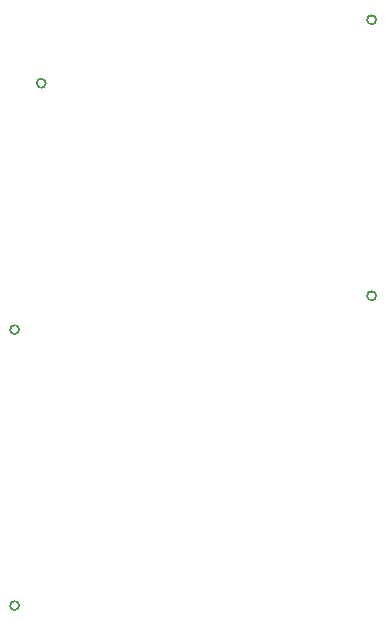
<source format=gbr>
%TF.GenerationSoftware,KiCad,Pcbnew,5.1.7-a382d34a8~88~ubuntu18.04.1*%
%TF.CreationDate,2021-02-15T21:35:44+01:00*%
%TF.ProjectId,test-board-esp32-assembly,74657374-2d62-46f6-9172-642d65737033,test*%
%TF.SameCoordinates,Original*%
%TF.FileFunction,Legend,Bot*%
%TF.FilePolarity,Positive*%
%FSLAX46Y46*%
G04 Gerber Fmt 4.6, Leading zero omitted, Abs format (unit mm)*
G04 Created by KiCad (PCBNEW 5.1.7-a382d34a8~88~ubuntu18.04.1) date 2021-02-15 21:35:44*
%MOMM*%
%LPD*%
G01*
G04 APERTURE LIST*
%ADD10C,0.152400*%
G04 APERTURE END LIST*
D10*
%TO.C,J4*%
X124333000Y-109258400D02*
G75*
G03*
X124333000Y-109258400I-381000J0D01*
G01*
%TO.C,J1*%
X154559000Y-83019600D02*
G75*
G03*
X154559000Y-83019600I-381000J0D01*
G01*
%TO.C,J2*%
X154559000Y-59651600D02*
G75*
G03*
X154559000Y-59651600I-381000J0D01*
G01*
%TO.C,J3*%
X126580600Y-65024000D02*
G75*
G03*
X126580600Y-65024000I-381000J0D01*
G01*
%TO.C,J5*%
X124333000Y-85890400D02*
G75*
G03*
X124333000Y-85890400I-381000J0D01*
G01*
%TD*%
M02*

</source>
